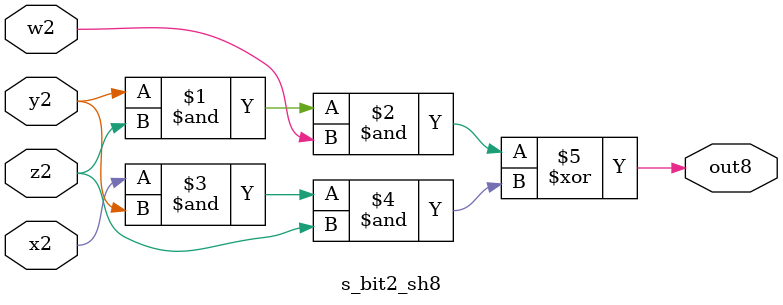
<source format=sv>
module s_bit2_sh8 (
  x2,
  y2,
  w2,
  z2,
  out8
);

    input wire x2;
    input wire y2;
    input wire w2;
    input wire z2;

    output wire out8;

    assign out8 = y2 & z2 & w2 ^ x2 & y2 & z2 ;

endmodule

</source>
